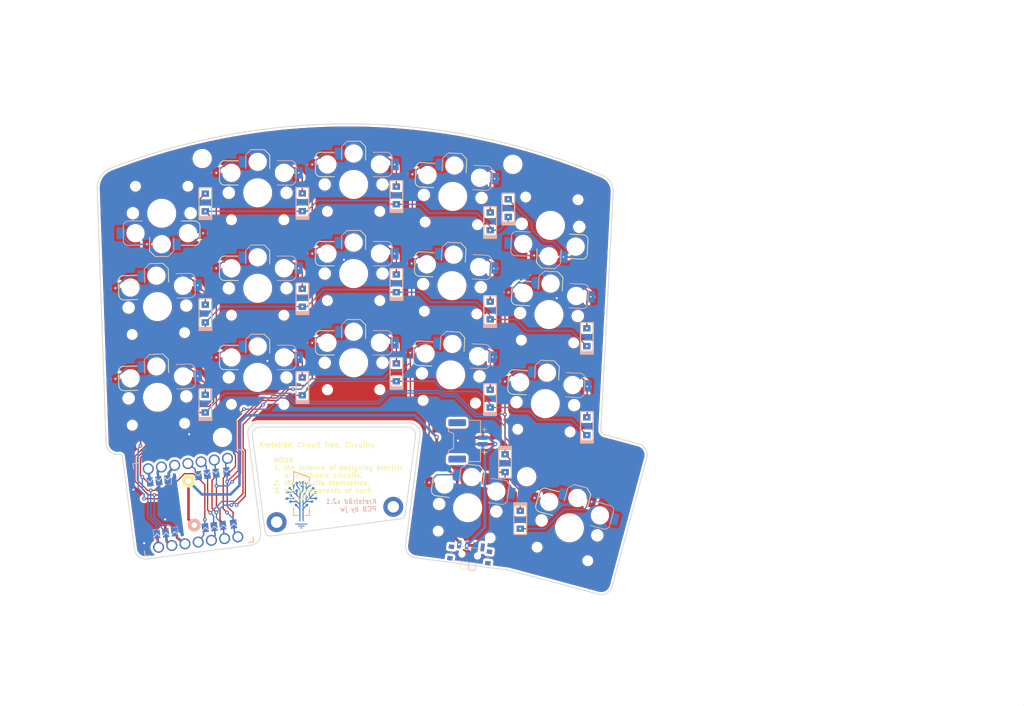
<source format=kicad_pcb>
(kicad_pcb (version 20240108) (generator "pcbnew") (generator_version "8.0")
  (title_block (title "Kretsträd") (company "by JW"))
  (layers (0 "F.Cu" signal) (31 "B.Cu" signal) (34 "B.Paste" user) (35 "F.Paste" user) (36 "B.SilkS" user "B.Silkscreen") (37 "F.SilkS" user "F.Silkscreen") (38 "B.Mask" user) (39 "F.Mask" user) (44 "Edge.Cuts" user))
  (net 0 "")
  (net 1 "row0")
  (net 2 "Net-(D1-A)")
  (net 3 "row1")
  (net 4 "Net-(D2-A)")
  (net 5 "row2")
  (net 6 "Net-(D3-A)")
  (net 7 "row3")
  (net 8 "Net-(D4-A)")
  (net 9 "Net-(D5-A)")
  (net 10 "Net-(D6-A)")
  (net 11 "Net-(D7-A)")
  (net 12 "Net-(D8-A)")
  (net 13 "Net-(D9-A)")
  (net 14 "Net-(D10-A)")
  (net 15 "Net-(D11-A)")
  (net 16 "Net-(D12-A)")
  (net 17 "Net-(D13-A)")
  (net 18 "Net-(D14-A)")
  (net 19 "Net-(D15-A)")
  (net 20 "Net-(D16-A)")
  (net 21 "Net-(D17-A)")
  (net 22 "GND")
  (net 23 "col0")
  (net 24 "col1")
  (net 25 "col2")
  (net 26 "col3")
  (net 27 "col4")
  (net 28 "BT+")
  (net 29 "BAT")
  (footprint "jw_custom_footprints:Diode_SOD123_THT_2" (layer "F.Cu") (at 170.51979 87.555481 90)
    (property "Reference" "D10")
    (property "Value" "D")
  )
  (footprint "jw_custom_footprints:Kailh_Choc_PG1350_v1+2_Hotswap_reversible" (layer "F.Cu") (at 107.74639 95.208681)
    (property "Reference" "SW12" (hide yes))
    (property "Value" "SW12" (hide yes))
  )
  (footprint "jw_custom_footprints:Diode_SOD123_THT_2" (layer "F.Cu") (at 134.19779 77.277881 90)
    (property "Reference" "D8")
    (property "Value" "D")
  )
  (footprint "MountingHole:MountingHole_3.2mm_M3" (layer "F.Cu") (at 101.02539 106.656281)
    (property "Reference" "TH3" (hide yes))
    (property "Value" "HOLE" (hide yes))
  )
  (footprint "jw_custom_footprints:Diode_SOD123_THT_2" (layer "F.Cu") (at 97.76139 83.034281 90)
    (property "Reference" "D6")
    (property "Value" "D")
  )
  (footprint "jw_custom_footprints:Kailh_Choc_PG1350_v1+2_Hotswap_reversible" (layer "F.Cu") (at 126.04619 75.408681)
    (property "Reference" "SW8" (hide yes))
    (property "Value" "SW8" (hide yes))
  )
  (footprint "jw_custom_footprints:Kailh_Choc_PG1350_v1+2_Hotswap_reversible" (layer "F.Cu") (at 107.74639 78.208681)
    (property "Reference" "SW7" (hide yes))
    (property "Value" "SW7" (hide yes))
  )
  (footprint "jw_custom_footprints:Kailh_Choc_PG1350_v1+2_Hotswap_reversible" (layer "F.Cu") (at 126.04619 92.408681)
    (property "Reference" "SW13" (hide yes))
    (property "Value" "SW13" (hide yes))
  )
  (footprint "jw_custom_footprints:Diode_SOD123_THT_2" (layer "F.Cu") (at 116.26219 96.937481 90)
    (property "Reference" "D12")
    (property "Value" "D")
  )
  (footprint "jw_custom_footprints:Diode_SOD123_THT_2" (layer "F.Cu") (at 116.26219 80.021081 90)
    (property "Reference" "D7")
    (property "Value" "D")
  )
  (footprint "Button_Switch_SMD:SW_SPDT_PCM12" (layer "F.Cu") (at 148.21859 128.754281 -7.5)
    (property "Reference" "PWR_SW_1")
    (property "Value" "SW_SPDT")
  )
  (footprint "jw_custom_footprints:Kailh_Choc_PG1350_v1+2_Hotswap_reversible" (layer "F.Cu") (at 107.74639 60.008681)
    (property "Reference" "SW2" (hide yes))
    (property "Value" "SW2" (hide yes))
  )
  (footprint "jw_custom_footprints:Diode_SOD123_THT_2" (layer "F.Cu") (at 152.07939 82.456281 90)
    (property "Reference" "D9")
    (property "Value" "D")
  )
  (footprint "jw_custom_footprints:Kailh_Choc_PG1350_v1+2_Hotswap_reversible" (layer "F.Cu") (at 88.64659 99.008481 2)
    (property "Reference" "SW11" (hide yes))
    (property "Value" "SW11" (hide yes))
  )
  (footprint "jw_custom_footprints:Kailh_Choc_PG1350_v1+2_Hotswap_reversible" (layer "F.Cu") (at 144.942514 60.692532 -3)
    (property "Reference" "SW4" (hide yes))
    (property "Value" "SW4" (hide yes))
  )
  (footprint "jw_custom_footprints:Diode_SOD123_THT_2" (layer "F.Cu") (at 155.53379 62.917481 90)
    (property "Reference" "D5")
    (property "Value" "D")
  )
  (footprint "MountingHole:MountingHole_3.2mm_M3" (layer "F.Cu") (at 159.0548 114.1476)
    (property "Reference" "TH4" (hide yes))
    (property "Value" "HOLE" (hide yes))
  )
  (footprint "jw_custom_footprints:Kailh_Choc_PG1350_v1+2_Hotswap_reversible" (layer "F.Cu") (at 167.197001 123.905176 -15)
    (property "Reference" "SW17" (hide yes))
    (property "Value" "SW17" (hide yes))
  )
  (footprint "jw_custom_footprints:Diode_SOD123_THT_2" (layer "F.Cu") (at 154.92419 111.583881 -90)
    (property "Reference" "D16")
    (property "Value" "D")
  )
  (footprint "jw_custom_footprints:Kailh_Choc_PG1350_v1+2_Hotswap_reversible" (layer "F.Cu") (at 126.04619 58.408681)
    (property "Reference" "SW3" (hide yes))
    (property "Value" "SW3" (hide yes))
  )
  (footprint "jw_custom_footprints:Diode_SOD123_THT_2" (layer "F.Cu") (at 157.81979 122.353481 -90)
    (property "Reference" "D17")
    (property "Value" "D")
  )
  (footprint "jw_custom_footprints:Diode_SOD123_THT_2" (layer "F.Cu") (at 97.76139 100.204681 90)
    (property "Reference" "D11")
    (property "Value" "D")
  )
  (footprint "jw_custom_footprints:Kailh_Choc_PG1350_v1+2_Hotswap_reversible" (layer "F.Cu") (at 144.561163 94.719407 -3)
    (property "Reference" "SW14" (hide yes))
    (property "Value" "SW14" (hide yes))
  )
  (footprint "jw_custom_footprints:Kailh_Choc_PG1350_v1+2_Hotswap_reversible" (layer "F.Cu") (at 144.801765 77.708686 -3)
    (property "Reference" "SW9" (hide yes))
    (property "Value" "SW9" (hide yes))
  )
  (footprint "jw_custom_footprints:Xiao_nRF52840_THT_jumper_1.55mm_hole" (layer "F.Cu") (at 95.259726 119.141085 97.5)
    (property "Reference" "U1" (hide yes))
    (property "Value" "SeeeduinoXIAO_nRF52840")
  )
  (footprint "MountingHole:MountingHole_3.2mm_M3" (layer "F.Cu") (at 97.16459 53.468681)
    (property "Reference" "TH1" (hide yes))
    (property "Value" "HOLE" (hide yes))
  )
  (footprint "jw_custom_footprints:Diode_SOD123_THT_2" (layer "F.Cu") (at 116.26219 61.821081 90)
    (property "Reference" "D2")
    (property "Value" "D")
  )
  (footprint "jw_custom_footprints:Kailh_Choc_PG1350_v1+2_Hotswap_reversible" (layer "F.Cu") (at 88.63612 81.708664 2)
    (property "Reference" "SW6" (hide yes))
    (property "Value" "SW6" (hide yes))
  )
  (footprint "jw_custom_footprints:Diode_SOD123_THT_2" (layer "F.Cu") (at 134.19779 94.245081 90)
    (property "Reference" "D13")
    (property "Value" "D")
  )
  (footprint "Connector_Molex:Molex_Panelmate_53780-0270_1x02-1MP_P1.25mm_Horizontal" (layer "F.Cu") (at 147.871 107.325 -90)
    (property "Reference" "J1" (hide yes))
    (property "Value" "Conn_01x02_Female")
  )
  (footprint "jw_custom_footprints:Kailh_Choc_PG1350_v1+2_Hotswap_reversible" (layer "F.Cu") (at 89.44659 63.908681 180)
    (property "Reference" "SW1" (hide yes))
    (property "Value" "SW1" (hide yes))
  )
  (footprint "jw_custom_footprints:Pogopin_socket_1x01_1.00mm_vertical" (layer "F.Cu") (at 95.657918 123.376142)
    (property "Reference" "J4" (hide yes))
    (property "Value" "Conn_01x01_Socket" (hide yes))
  )
  (footprint "jw_custom_footprints:Diode_SOD123_THT_2" (layer "F.Cu") (at 134.19779 60.513881 90)
    (property "Reference" "D3")
    (property "Value" "D")
  )
  (footprint "jw_custom_footprints:Kailh_Choc_PG1350_v1+2_Hotswap_reversible" (layer "F.Cu") (at 162.5983 100.210523 -3)
    (property "Reference" "SW15" (hide yes))
    (property "Value" "SW15" (hide yes))
  )
  (footprint "MountingHole:MountingHole_3.2mm_M3" (layer "F.Cu") (at 156.39739 54.586281)
    (property "Reference" "TH2" (hide yes))
    (property "Value" "HOLE" (hide yes))
  )
  (footprint "MountingHole:MountingHole_2.2mm_M2_ISO14580_Pad" (layer "F.Cu") (at 133.604 119.888 7.5)
    (property "Reference" "Batt_Hole_2" (hide yes))
    (property "Value" "HOLE")
  )
  (footprint "jw_custom_footprints:Pogopin_socket_1x01_1.00mm_vertical" (layer "F.Cu") (at 94.550195 114.962146)
    (property "Reference" "J3" (hide yes))
    (property "Value" "Conn_01x01_Socket" (hide yes))
  )
  (footprint "jw_custom_footprints:Kailh_Choc_PG1350_v1+2_Hotswap_reversible" (layer "F.Cu") (at 147.793733 120.065297 -7.5)
    (property "Reference" "SW16" (hide yes))
    (property "Value" "SW16" (hide yes))
  )
  (footprint "jw_custom_footprints:Diode_SOD123_THT_2" (layer "F.Cu") (at 152.07939 65.457481 90)
    (property "Reference" "D4")
    (property "Value" "D")
  )
  (footprint "jw_custom_footprints:Diode_SOD123_THT_2" (layer "F.Cu") (at 152.07939 99.256281 90)
    (property "Reference" "D14")
    (property "Value" "D")
  )
  (footprint "MountingHole:MountingHole_2.2mm_M2_ISO14580_Pad" (layer "F.Cu") (at 111.363786 122.81598 7.5)
    (property "Reference" "Batt_Hole_1" (hide yes))
    (property "Value" "HOLE")
  )
  (footprint "jw_custom_footprints:Diode_SOD123_THT_2" (layer "F.Cu") (at 170.51979 104.522681 90)
    (property "Reference" "D15")
    (property "Value" "D")
  )
  (footprint "jw_custom_footprints:Diode_SOD123_THT_2" (layer "F.Cu") (at 97.76139 61.858681 90)
    (property "Reference" "D1")
    (property "Value" "D")
  )
  (footprint "jw_custom_footprints:Kailh_Choc_PG1350_v1+2_Hotswap_reversible" (layer "F.Cu") (at 163.578818 66.21525 177)
    (property "Reference" "SW5" (hide yes))
    (property "Value" "SW5" (hide yes))
  )
  (footprint "jw_custom_footprints:Kailh_Choc_PG1350_v1+2_Hotswap_reversible" (layer "F.Cu") (at 163.288285 83.223354 -3)
    (property "Reference" "SW10" (hide yes))
    (property "Value" "SW10" (hide yes))
  )
  (footprint "Connector_Molex:Molex_Panelmate_53780-0270_1x02-1MP_P1.25mm_Horizontal" (layer "B.Cu") (at 147.871 107.325 90)
    (property "Reference" "J2" (hide yes))
    (property "Value" "Conn_01x02_Female")
  )
  (footprint "jw_custom_image:circuit_tree_f.cu_3_10mm" (layer "B.Cu") (at 115.829397 118.3894 180)
    (property "Reference" "G***")
    (property "Value" "circuit_tree_f.cu_3_10mm" (hide yes))
  )
  (footprint "Button_Switch_SMD:SW_SPDT_PCM12" (layer "B.Cu") (at 148.21859 128.754281 172.5)
    (property "Reference" "PWR_SW_2")
    (property "Value" "SW_SPDT")
  )
  (gr_circle (center 95.657918 123.376142) (end 96.857918 123.376142) (stroke (width 0.12)) (fill solid) (layer "B.SilkS"))
  (gr_circle (center 94.550195 114.962146) (end 95.750195 114.962146) (stroke (width 0.12)) (fill solid) (layer "F.SilkS"))
  (gr_arc (start 173.46619 56.669081) (mid 175.016285 57.939205) (end 175.55435 59.869619) (stroke (width 0.15)) (layer "Edge.Cuts"))
  (gr_arc (start 155.355476 131.931736) (mid 155.497517 131.955187) (end 155.637721 131.987877) (stroke (width 0.15)) (layer "Edge.Cuts"))
  (gr_arc (start 86.725379 129.81702) (mid 85.098554 129.380948) (end 84.256922 127.92208) (stroke (width 0.15)) (layer "Edge.Cuts"))
  (gr_line (start 253.8476 157.8356) (end 253.8476 157.8356) (stroke (width 0.1)) (layer "Edge.Cuts"))
  (gr_arc (start 81.323053 109.87241) (mid 79.629123 109.382683) (end 78.838905 107.806371) (stroke (width 0.15)) (layer "Edge.Cuts"))
  (gr_arc (start 135.886464 121.326406) (mid 135.602088 121.902885) (end 135.025567 122.187162) (stroke (width 0.15)) (layer "Edge.Cuts"))
  (gr_line (start 137.85072 129.627192) (end 155.355476 131.931736) (stroke (width 0.15)) (layer "Edge.Cuts"))
  (gr_line (start 173.182153 105.133828) (end 175.55435 59.869619) (stroke (width 0.15)) (layer "Edge.Cuts"))
  (gr_arc (start 175.386358 135.001901) (mid 174.361322 136.337767) (end 172.691919 136.557536) (stroke (width 0.15)) (layer "Edge.Cuts"))
  (gr_line (start 81.382851 109.864537) (end 81.323053 109.87241) (stroke (width 0.15)) (layer "Edge.Cuts"))
  (gr_arc (start 180.375679 107.881356) (mid 181.711533 108.906393) (end 181.931314 110.575795) (stroke (width 0.15)) (layer "Edge.Cuts"))
  (gr_line (start 155.637721 131.987877) (end 172.691919 136.557536) (stroke (width 0.15)) (layer "Edge.Cuts"))
  (gr_line (start 108.238022 104.686) (end 136.369294 104.686) (stroke (width 0.15)) (layer "Edge.Cuts"))
  (gr_line (start 81.943863 110.295205) (end 84.256922 127.92208) (stroke (width 0.15)) (layer "Edge.Cuts"))
  (gr_line (start 110.269384 125.446376) (end 135.025567 122.187162) (stroke (width 0.15)) (layer "Edge.Cuts"))
  (gr_line (start 173.921963 106.152089) (end 180.375679 107.881356) (stroke (width 0.15)) (layer "Edge.Cuts"))
  (gr_arc (start 137.85072 129.627192) (mid 136.3925 128.785288) (end 135.9567 127.158855) (stroke (width 0.15)) (layer "Edge.Cuts"))
  (gr_arc (start 136.739906 103.888465) (mid 138.243476 104.569835) (end 138.722631 106.149517) (stroke (width 0.15)) (layer "Edge.Cuts"))
  (gr_arc (start 79.63859 55.348281) (mid 126.680854 46.882811) (end 173.46619 56.669081) (stroke (width 0.15)) (layer "Edge.Cuts"))
  (gr_line (start 109.147413 124.585457) (end 106.750855 106.381789) (stroke (width 0.15)) (layer "Edge.Cuts"))
  (gr_line (start 107.857454 103.886093) (end 136.739906 103.888465) (stroke (width 0.15)) (layer "Edge.Cuts"))
  (gr_line (start 135.886464 121.326406) (end 137.856429 106.382034) (stroke (width 0.15)) (layer "Edge.Cuts"))
  (gr_line (start 108.322257 124.754978) (end 105.874374 106.146945) (stroke (width 0.15)) (layer "Edge.Cuts"))
  (gr_arc (start 108.322257 124.754978) (mid 107.886359 126.381278) (end 106.428207 127.223094) (stroke (width 0.15)) (layer "Edge.Cuts"))
  (gr_line (start 77.141859 59.158281) (end 78.838905 107.806371) (stroke (width 0.15)) (layer "Edge.Cuts"))
  (gr_arc (start 136.369294 104.686) (mid 137.497135 105.197074) (end 137.856429 106.382034) (stroke (width 0.15)) (layer "Edge.Cuts"))
  (gr_line (start 175.386358 135.001901) (end 181.931314 110.575795) (stroke (width 0.15)) (layer "Edge.Cuts"))
  (gr_line (start 135.9567 127.158855) (end 138.722631 106.149517) (stroke (width 0.15)) (layer "Edge.Cuts"))
  (gr_line (start 106.428207 127.223094) (end 86.725379 129.81702) (stroke (width 0.15)) (layer "Edge.Cuts"))
  (gr_arc (start 110.269384 125.446376) (mid 109.530096 125.248284) (end 109.147413 124.585457) (stroke (width 0.15)) (layer "Edge.Cuts"))
  (gr_arc (start 81.382851 109.864537) (mid 81.752578 109.963647) (end 81.943863 110.295205) (stroke (width 0.15)) (layer "Edge.Cuts"))
  (gr_arc (start 105.874374 106.146945) (mid 106.353734 104.567266) (end 107.857454 103.886093) (stroke (width 0.15)) (layer "Edge.Cuts"))
  (gr_arc (start 106.750855 106.381789) (mid 107.110263 105.196989) (end 108.238022 104.686) (stroke (width 0.15)) (layer "Edge.Cuts"))
  (gr_arc (start 173.921963 106.152089) (mid 173.37179 105.773942) (end 173.182153 105.133828) (stroke (width 0.15)) (layer "Edge.Cuts"))
  (gr_line (start 253.8476 157.8356) (end 253.8476 157.8356) (stroke (width 0.1)) (layer "Edge.Cuts"))
  (gr_arc (start 77.141859 59.158281) (mid 77.792375 56.861504) (end 79.63859 55.348281) (stroke (width 0.15)) (layer "Edge.Cuts"))
  (gr_text "Kretsträd v2.1\nPCB by jw" (at 130.556 119.5832 0) (layer "B.SilkS") (effects (font (size 0.9 0.9) (thickness 0.15) (italic yes)) (justify left mirror)))
  (gr_text "+" (at 151.003 105.22 180) (layer "B.SilkS") (effects (font (size 1 1))))
  (gr_text "Kretsträd, Circuit Tree, Circuitry\n\n    NOUN\n    1. the science of designing electric \n	  or electronic circuits.\n    2. the circuits themselves.\n    3. the components of such \n	  circuits." (at 107.93419 113.158681 0) (layer "F.SilkS") (effects (font (size 0.9 0.9) (thickness 0.15) (bold yes) (italic yes)) (justify left)))
  (gr_text "+" (at 151.003 109.411 0) (layer "F.SilkS") (effects (font (size 1 1)) (justify mirror)))
  (segment (start 98.21139 92.995085) (end 99.34899 94.132685) (width 0.25) (layer "F.Cu") (net 1))
  (segment (start 98.58699 64.384281) (end 98.58699 76.125481) (width 0.25) (layer "F.Cu") (net 1))
  (segment (start 98.21139 86.457881) (end 98.21139 92.995085) (width 0.25) (layer "F.Cu") (net 1))
  (segment (start 99.34899 94.132685) (end 99.34899 99.849081) (width 0.25) (layer "F.Cu") (net 1))
  (segment (start 86.75059 116.765481) (end 87.36019 116.765481) (width 0.25) (layer "F.Cu") (net 1))
  (segment (start 87.36019 116.765481) (end 88.07139 116.765481) (width 0.25) (layer "F.Cu") (net 1))
  (segment (start 84.80579 114.820681) (end 86.75059 116.765481) (width 0.25) (layer "F.Cu") (net 1))
  (segment (start 98.44179 100.756281) (end 94.503394 100.756281) (width 0.25) (layer "F.Cu") (net 1))
  (segment (start 99.34899 99.849081) (end 98.44179 100.756281) (width 0.25) (layer "F.Cu") (net 1))
  (segment (start 98.99339 76.531881) (end 98.99339 85.675881) (width 0.25) (layer "F.Cu") (net 1))
  (segment (start 97.76139 63.558681) (end 98.58699 64.384281) (width 0.25) (layer "F.Cu") (net 1))
  (segment (start 94.503394 100.756281) (end 84.80579 110.453885) (width 0.25) (layer "F.Cu") (net 1))
  (segment (start 84.80579 110.453885) (end 84.80579 114.820681) (width 0.25) (layer "F.Cu") (net 1))
  (segment (start 88.07139 116.765481) (end 88.967517 115.869354) (width 0.25) (layer "F.Cu") (net 1))
  (segment (start 88.967517 115.869354) (end 88.967517 115.503664) (width 0.25) (layer "F.Cu") (net 1))
  (segment (start 98.58699 76.125481) (end 98.99339 76.531881) (width 0.25) (layer "F.Cu") (net 1))
  (segment (start 98.99339 85.675881) (end 98.21139 86.457881) (width 0.25) (layer "F.Cu") (net 1))
  (via (at 87.36019 116.765481) (size 0.7) (drill 0.3) (layers "F.Cu" "B.Cu") (net 1))
  (segment (start 155.53379 64.617481) (end 155.53379 65.406681) (width 0.25) (layer "B.Cu") (net 1))
  (segment (start 134.19779 62.213881) (end 133.24019 62.213881) (width 0.25) (layer "B.Cu") (net 1))
  (segment (start 149.53939 63.882681) (end 140.44619 63.882681) (width 0.25) (layer "B.Cu") (net 1))
  (segment (start 117.13499 63.521081) (end 116.26219 63.521081) (width 0.25) (layer "B.Cu") (net 1))
  (segment (start 89.836692 124.297979) (end 90.12531 124.297979) (width 0.25) (layer "B.Cu") (net 1))
  (segment (start 155.53379 65.406681) (end 153.78299 67.157481) (width 0.25) (layer "B.Cu") (net 1))
  (segment (start 119.16099 61.495081) (end 117.13499 63.521081) (width 0.25) (layer "B.Cu") (net 1))
  (segment (start 87.34559 116.780081) (end 87.34559 121.806877) (width 0.25) (layer "B.Cu") (net 1))
  (segment (start 133.24019 62.213881) (end 132.52139 61.495081) (width 0.25) (layer "B.Cu") (net 1))
  (segment (start 116.26219 63.521081) (end 97.79899 63.521081) (width 0.25) (layer "B.Cu") (net 1))
  (segment (start 152.07939 67.157481) (end 152.07939 66.422681) (width 0.25) (layer "B.Cu") (net 1))
  (segment (start 132.52139 61.495081) (end 119.16099 61.495081) (width 0.25) (layer "B.Cu") (net 1))
  (segment (start 138.77739 62.213881) (end 134.19779 62.213881) (width 0.25) (layer "B.Cu") (net 1))
  (segment (start 97.79899 63.521081) (end 97.76139 63.558681) (width 0.25) (layer "B.Cu") (net 1))
  (segment (start 140.44619 63.882681) (end 138.77739 62.213881) (width 0.25) (layer "B.Cu") (net 1))
  (segment (start 87.36019 116.765481) (end 87.34559 116.780081) (width 0.25) (layer "B.Cu") (net 1))
  (segment (start 152.07939 66.422681) (end 149.53939 63.882681) (width 0.25) (layer "B.Cu") (net 1))
  (segment (start 153.78299 67.157481) (end 152.07939 67.157481) (width 0.25) (layer "B.Cu") (net 1))
  (segment (start 87.34559 121.806877) (end 89.836692 124.297979) (width 0.25) (layer "B.Cu") (net 1))
  (segment (start 97.34659 67.708681) (end 97.34659 66.452281) (width 0.25) (layer "F.Cu") (net 2))
  (segment (start 96.55499 65.660681) (end 96.55499 61.365081) (width 0.25) (layer "F.Cu") (net 2))
  (segment (start 96.55499 61.365081) (end 97.76139 60.158681) (width 0.25) (layer "F.Cu") (net 2))
  (segment (start 97.34659 66.452281) (end 96.55499 65.660681) (width 0.25) (layer "F.Cu") (net 2))
  (via (at 97.34659 67.708681) (size 0.7) (drill 0.3) (layers "F.Cu" "B.Cu") (net 2))
  (segment (start 97.34659 67.708681) (end 95.24659 69.808681) (width 0.25) (layer "B.Cu") (net 2))
  (segment (start 95.24659 69.808681) (end 92.24659 69.808681) (width 0.25) (layer "B.Cu") (net 2))
  (segment (start 97.76139 93.181481) (end 98.89899 94.319081) (width 0.25) (layer "F.Cu") (net 3))
  (segment (start 88.73179 117.629081) (end 90.649404 115.711467) (width 0.25) (layer "F.Cu") (net 3))
  (segment (start 98.23139 100.306281) (end 94.316998 100.306281) (width 0.25) (layer "F.Cu") (net 3))
  (segment (start 90.649404 115.711467) (end 90.649404 115.28224) (width 0.25) (layer "F.Cu") (net 3))
  (segment (start 84.35579 110.267489) (end 84.35579 115.007077) (width 0.25) (layer "F.Cu") (net 3))
  (segment (start 97.76139 84.734281) (end 97.76139 93.181481) (width 0.25) (layer "F.Cu") (net 3))
  (segment (start 98.89899 94.319081) (end 98.89899 99.638681) (width 0.25) (layer "F.Cu") (net 3))
  (segment (start 94.316998 100.306281) (end 84.35579 110.267489) (width 0.25) (layer "F.Cu") (net 3))
  (segment (start 84.35579 115.007077) (end 86.977794 117.629081) (width 0.25) (layer "F.Cu") (net 3))
  (segment (start 86.977794 117.629081) (end 88.02059 117.629081) (width 0.25) (layer "F.Cu") (net 3))
  (segment (start 88.02059 117.629081) (end 88.73179 117.629081) (width 0.25) (layer "F.Cu") (net 3))
  (segment (start 98.89899 99.638681) (end 98.23139 100.306281) (width 0.25) (layer "F.Cu") (net 3))
  (via (at 88.02059 117.629081) (size 0.7) (drill 0.3) (layers "F.Cu" "B.Cu") (net 3))
  (segment (start 159.08979 86.336281) (end 167.60059 86.336281) (width 0.25) (layer "B.Cu") (net 3))
  (segment (start 133.13859 78.977881) (end 132.62299 78.462281) (width 0.25) (layer "B.Cu") (net 3))
  (segment (start 89.50099 123.325881) (end 91.056524 123.325881) (width 0.25) (layer "B.Cu") (net 3))
  (segment (start 152.07939 84.156281) (end 156.90979 84.156281) (width 0.25) (layer "B.Cu") (net 3))
  (segment (start 100.77459 81.721081) (end 97.76139 84.734281) (width 0.25) (layer "B.Cu") (net 3))
  (segment (start 138.71479 78.977881) (end 140.63759 80.900681) (width 0.25) (layer "B.Cu") (net 3))
  (segment (start 132.62299 78.462281) (end 120.38019 78.462281) (width 0.25) (layer "B.Cu") (net 3))
  (segment (start 140.63759 80.900681) (end 149.53939 80.900681) (width 0.25) (layer "B.Cu") (net 3))
  (segment (start 120.38019 78.462281) (end 117.12139 81.721081) (width 0.25) (layer "B.Cu") (net 3))
  (segment (start 117.12139 81.721081) (end 116.26219 81.721081) (width 0.25) (layer "B.Cu") (net 3))
  (segment (start 91.056524 123.325881) (end 91.807197 124.076554) (width 0.25) (layer "B.Cu") (net 3))
  (segment (start 156.90979 84.156281) (end 159.08979 86.336281) (width 0.25) (layer "B.Cu") (net 3))
  (segment (start 134.19779 78.977881) (end 138.71479 78.977881) (width 0.25) (layer "B.Cu") (net 3))
  (segment (start 167.60059 86.336281) (end 170.51979 89.255481) (width 0.25) (layer "B.Cu") (net 3))
  (segment (start 88.02059 121.845481) (end 89.50099 123.325881) (width 0.25) (layer "B.Cu") (net 3))
  (segment (start 152.07939 83.440681) (end 152.07939 84.156281) (width 0.25) (layer "B.Cu") (net 3))
  (segment (start 88.02059 117.629081) (end 88.02059 121.845481) (width 0.25) (layer "B.Cu") (net 3))
  (segment (start 134.19779 78.977881) (end 133.13859 78.977881) (width 0.25) (layer "B.Cu") (net 3))
  (segment (start 149.53939 80.900681) (end 152.07939 83.440681) (width 0.25) (layer "B.Cu") (net 3))
  (segment (start 116.26219 81.721081) (end 100.77459 81.721081) (width 0.25) (layer "B.Cu") (net 3))
  (segment (start 116.26219 56.924481) (end 116.26219 60.121081) (width 0.25) (layer "F.Cu") (net 4))
  (segment (start 113.44639 54.108681) (end 110.54639 54.108681) (width 0.25) (layer "F.Cu") (net 4))
  (segment (start 115.54639 56.208681) (end 113.44639 54.108681) (width 0.25) (layer "F.Cu") (net 4))
  (segment (start 115.54639 56.208681) (end 116.26219 56.924481) (width 0.25) (layer "F.Cu") (net 4))
  (via (at 115.54639 56.208681) (size 0.7) (drill 0.3) (layers "F.Cu" "B.Cu") (net 4))
  (segment (start 85.75999 114.199449) (end 85.37899 113.818449) (width 0.25) (layer "F.Cu") (net 5))
  (segment (start 93.99139 101.904681) (end 97.76139 101.904681) (width 0.25) (layer "F.Cu") (net 5))
  (segment (start 85.75999 114.199449) (end 87.28563 115.725089) (width 0.25) (layer "F.Cu") (net 5))
  (segment (start 85.37899 110.517081) (end 93.99139 101.904681) (width 0.25) (layer "F.Cu") (net 5))
  (segment (start 85.37899 113.818449) (end 85.37899 110.517081) (width 0.25) (layer "F.Cu") (net 5))
  (via (at 85.75999 114.199449) (size 0.7) (drill 0.3) (layers "F.Cu" "B.Cu") (net 5))
  (segment (start 156.52339 101.651481) (end 155.82819 100.956281) (width 0.25) (layer "B.Cu") (net 5))
  (segment (start 86.80859 117.585481) (end 86.80859 121.906273) (width 0.25) (layer "B.Cu") (net 5))
  (segment (start 143.29099 97.918681) (end 149.74259 97.918681) (width 0.25) (layer "B.Cu") (net 5))
  (segment (start 85.75999 114.199449) (end 85.75999 116.536881) (width 0.25) (layer "B.Cu") (net 5))
  (segment (start 170.51979 106.222681) (end 167.60059 103.303481) (width 0.25) (layer "B.Cu") (net 5))
  (segment (start 97.76139 101.904681) (end 101.42819 98.237881) (width 0.25) (layer "B.Cu") (net 5))
  (segment (start 114.047382 98.237881) (end 114.446982 98.637481) (width 0.25) (layer "B.Cu") (net 5))
  (segment (start 96.96139 101.904681) (end 97.76139 101.904681) (width 0.25) (layer "B.Cu") (net 5))
  (segment (start 155.82819 100.956281) (end 152.07939 100.956281) (width 0.25) (layer "B.Cu") (net 5))
  (segment (start 141.31739 95.945081) (end 143.29099 97.918681) (width 0.25) (layer "B.Cu") (net 5))
  (segment (start 114.446982 98.637481) (end 116.15619 98.637481) (width 0.25) (layer "B.Cu") (net 5))
  (segment (start 85.75999 116.536881) (end 86.80859 117.585481) (width 0.25) (layer "B.Cu") (net 5))
  (segment (start 101.42819 98.237881) (end 114.047382 98.237881) (width 0.25) (layer "B.Cu") (net 5))
  (segment (start 88.443423 123.541106) (end 88.443423 124.519403) (width 0.25) (layer "B.Cu") (net 5))
  (segment (start 118.84859 95.945081) (end 141.31739 95.945081) (width 0.25) (layer "B.Cu") (net 5))
  (segment (start 152.07939 100.255481) (end 152.07939 100.956281) (width 0.25) (layer "B.Cu") (net 5))
  (segment (start 167.60059 103.303481) (end 161.17259 103.303481) (width 0.25) (layer "B.Cu") (net 5))
  (segment (start 86.80859 121.906273) (end 88.443423 123.541106) (width 0.25) (layer "B.Cu") (net 5))
  (segment (start 149.74259 97.918681) (end 152.07939 100.255481) (width 0.25) (layer "B.Cu") (net 5))
  (segment (start 161.17259 103.303481) (end 159.52059 101.651481) (width 0.25) (layer "B.Cu") (net 5))
  (segment (start 116.15619 98.637481) (end 118.84859 95.945081) (width 0.25) (layer "B.Cu") (net 5))
  (segment (start 159.52059 101.651481) (end 156.52339 101.651481) (width 0.25) (layer "B.Cu") (net 5))
  (segment (start 131.74619 52.508681) (end 128.84619 52.508681) (width 0.25) (layer "F.Cu") (net 6))
  (segment (start 134.19779 54.960281) (end 134.19779 58.813881) (width 0.25) (layer "F.Cu") (net 6))
  (segment (start 133.84619 54.608681) (end 134.19779 54.960281) (width 0.25) (layer "F.Cu") (net 6))
  (segment (start 133.84619 54.608681) (end 131.74619 52.508681) (width 0.25) (layer "F.Cu") (net 6))
  (via (at 133.84619 54.608681) (size 0.7) (drill 0.3) (layers "F.Cu" "B.Cu") (net 6))
  (segment (start 104.04419 112.984681) (end 101.93979 115.089081) (width 0.25) (layer "F.Cu") (net 7))
  (segment (start 105.14019 101.273277) (end 103.61619 102.797277) (width 0.25) (layer "F.Cu") (net 7))
  (segment (start 156.30299 115.326277) (end 156.30299 111.262681) (width 0.25) (layer "F.Cu") (net 7))
  (segment (start 103.61619 109.273877) (end 104.04419 109.701877) (width 0.25) (layer "F.Cu") (net 7))
  (segment (start 103.05732 120.956445) (end 103.05732 122.595447) (width 0.25) (layer "F.Cu") (net 7))
  (segment (start 101.93979 115.089081) (end 101.93979 119.838915) (width 0.25) (layer "F.Cu") (net 7))
  (segment (start 101.93979 119.838915) (end 103.05732 120.956445) (width 0.25) (layer "F.Cu") (net 7))
  (segment (start 156.30299 111.262681) (end 154.92419 109.883881) (width 0.25) (layer "F.Cu") (net 7))
  (segment (start 157.81979 116.843077) (end 156.30299 115.326277) (width 0.25) (layer "F.Cu") (net 7))
  (segment (start 104.04419 109.701877) (end 104.04419 112.984681) (width 0.25) (layer "F.Cu") (net 7))
  (segment (start 103.61619 102.797277) (end 103.61619 109.273877) (width 0.25) (layer "F.Cu") (net 7))
  (segment (start 157.81979 120.653481) (end 157.81979 116.843077) (width 0.25) (layer "F.Cu") (net 7))
  (via (at 101.93979 115.089081) (size 0.7) (drill 0.3) (layers "F.Cu" "B.Cu") (net 7))
  (via (at 105.14019 101.273277) (size 0.7) (drill 0.3) (layers "F.Cu" "B.Cu") (net 7))
  (segment (start 114.78499 100.248281) (end 130.828186 100.248281) (width 0.25) (layer "B.Cu") (net 7))
  (segment (start 153.03739 102.686681) (end 154.92419 104.573481) (width 0.25) (layer "B.Cu") (net 7))
  (segment (start 101.93979 115.089081) (end 101.899527 115.048818) (width 0.25) (layer "B.Cu") (net 7))
  (segment (start 101.899527 115.048818) (end 101.899527 113.801133) (width 0.25) (layer "B.Cu") (net 7))
  (segment (start 149.251394 102.686681) (end 153.03739 102.686681) (width 0.25) (layer "B.Cu") (net 7))
  (segment (start 145.383394 98.818681) (end 149.251394 102.686681) (width 0.25) (layer "B.Cu") (net 7))
  (segment (start 142.918198 98.818681) (end 145.383394 98.818681) (width 0.25) (layer "B.Cu") (net 7))
  (segment (start 154.92419 104.573481) (end 154.92419 109.883881) (width 0.25) (layer "B.Cu") (net 7))
  (segment (start 130.828186 100.248281) (end 132.860186 98.216281) (width 0.25) (layer "B.Cu") (net 7))
  (segment (start 132.860186 98.216281) (end 142.315798 98.216281) (width 0.25) (layer "B.Cu") (net 7))
  (segment (start 111.89659 99.137881) (end 113.67459 99.137881) (width 0.25) (layer "B.Cu") (net 7))
  (segment (start 105.14019 101.273277) (end 109.761194 101.273277) (width 0.25) (layer "B.Cu") (net 7))
  (segment (start 142.315798 98.216281) (end 142.918198 98.818681) (width 0.25) (layer "B.Cu") (net 7))
  (segment (start 109.761194 101.273277) (end 111.89659 99.137881) (width 0.25) (layer "B.Cu") (net 7))
  (segment (start 113.67459 99.137881) (end 114.78499 100.248281) (width 0.25) (layer "B.Cu") (net 7))
  (segment (start 152.930701 57.30596) (end 152.930701 56.809192) (width 0.25) (layer "F.Cu") (net 8))
  (segment (start 152.930701 57.30596) (end 152.07939 58.157271) (width 0.25) (layer "F.Cu") (net 8))
  (segment (start 152.930701 56.809192) (end 151.068667 54.947158) (width 0.25) (layer "F.Cu") (net 8))
  (segment (start 152.07939 58.157271) (end 152.07939 63.757481) (width 0.25) (layer "F.Cu") (net 8))
  (segment (start 151.068667 54.947158) (end 148.047459 54.947158) (width 0.25) (layer "F.Cu") (net 8))
  (via (at 152.930701 57.30596) (size 0.7) (drill 0.3) (layers "F.Cu" "B.Cu") (net 8))
  (segment (start 169.438906 72.253705) (end 166.066199 72.253705) (width 0.25) (layer "F.Cu") (net 9))
  (segment (start 171.269115 70.423496) (end 169.438906 72.253705) (width 0.25) (layer "F.Cu") (net 9))
  (via (at 166.066199 72.253705) (size 0.7) (drill 0.3) (layers "F.Cu" "B.Cu") (net 9))
  (segment (start 160.00419 67.006881) (end 160.00419 65.687881) (width 0.25) (layer "B.Cu") (net 9))
  (segment (start 166.066199 72.253705) (end 166.066199 71.26549) (width 0.25) (layer "B.Cu") (net 9))
  (segment (start 162.31559 69.318281) (end 160.00419 67.006881) (width 0.25) (layer "B.Cu") (net 9))
  (segment (start 160.00419 65.687881) (end 155.53379 61.217481) (width 0.25) (layer "B.Cu") (net 9))
  (segment (start 166.066199 71.26549) (end 164.11899 69.318281) (width 0.25) (layer "B.Cu") (net 9))
  (segment (start 164.11899 69.318281) (end 162.31559 69.318281) (width 0.25) (layer "B.Cu") (net 9))
  (segment (start 97.76139 79.101403) (end 97.76139 81.334281) (width 0.25) (layer "F.Cu") (net 10))
  (segment (start 96.29875 77.638763) (end 97.76139 79.101403) (width 0.25) (layer "F.Cu") (net 10))
  (segment (start 96.29875 77.638763) (end 94.374527 75.71454) (width 0.25) (layer "F.Cu") (net 10))
  (segment (start 94.374527 75.71454) (end 91.228507 75.71454) (width 0.25) (layer "F.Cu") (net 10))
  (via (at 96.29875 77.638763) (size 0.7) (drill 0.3) (layers "F.Cu" "B.Cu") (net 10))
  (segment (start 113.44639 72.308681) (end 110.54639 72.308681) (width 0.25) (layer "F.Cu") (net 11))
  (segment (start 116.26219 75.124481) (end 116.26219 78.321081) (width 0.25) (layer "F.Cu") (net 11))
  (segment (start 115.54639 74.408681) (end 113.44639 72.308681) (width 0.25) (layer "F.Cu") (net 11))
  (segment (start 115.54639 74.408681) (end 116.26219 75.124481) (width 0.25) (layer "F.Cu") (net 11))
  (via (at 115.54639 74.408681) (size 0.7) (drill 0.3) (layers "F.Cu" "B.Cu") (net 11))
  (segment (start 134.19779 71.960281) (end 134.19779 75.577881) (width 0.25) (layer "F.Cu") (net 12))
  (segment (start 131.74619 69.508681) (end 128.84619 69.508681) (width 0.25) (layer "F.Cu") (net 12))
  (segment (start 133.84619 71.608681) (end 134.19779 71.960281) (width 0.25) (layer "F.Cu") (net 12))
  (segment (start 133.84619 71.608681) (end 131.74619 69.508681) (width 0.25) (layer "F.Cu") (net 12))
  (via (at 133.84619 71.608681) (size 0.7) (drill 0.3) (layers "F.Cu" "B.Cu") (net 12))
  (segment (start 152.784718 73.935209) (end 150.812821 71.963312) (width 0.25) (layer "F.Cu") (net 13))
  (segment (start 150.812821 71.963312) (end 147.90671 71.963312) (width 0.25) (layer "F.Cu") (net 13))
  (segment (start 152.784718 74.421977) (end 152.784718 73.935209) (width 0.25) (layer "F.Cu") (net 13))
  (segment (start 152.07939 80.756281) (end 152.07939 75.127305) (width 0.25) (layer "F.Cu") (net 13))
  (segment (start 152.07939 75.127305) (end 152.784718 74.421977) (width 0.25) (layer "F.Cu") (net 13))
  (via (at 152.784718 74.421977) (size 0.7) (drill 0.3) (layers "F.Cu" "B.Cu") (net 13))
  (segment (start 170.51979 85.855481) (end 170.51979 80.593464) (width 0.25) (layer "F.Cu") (net 14))
  (segment (start 169.383089 77.47798) (end 166.39323 77.47798) (width 0.25) (layer "F.Cu") (net 14))
  (segment (start 170.51979 80.593464) (end 171.276472 79.836782) (width 0.25) (layer "F.Cu") (net 14))
  (segment (start 171.276472 79.371363) (end 169.383089 77.47798) (width 0.25) (layer "F.Cu") (net 14))
  (segment (start 171.276472 79.836782) (end 171.276472 79.371363) (width 0.25) (layer "F.Cu") (net 14))
  (via (at 171.276472 79.836782) (size 0.7) (drill 0.3) (layers "F.Cu" "B.Cu") (net 14))
  (segment (start 97.76139 96.39075) (end 97.76139 98.504681) (width 0.25) (layer "F.Cu") (net 15))
  (segment (start 96.30922 94.93858) (end 97.76139 96.39075) (width 0.25) (layer "F.Cu") (net 15))
  (segment (start 96.30922 94.93858) (end 94.384996 93.014356) (width 0.25) (layer "F.Cu") (net 15))
  (segment (start 94.384996 93.014356) (end 91.238978 93.014356) (width 0.25) (layer "F.Cu") (net 15))
  (via (at 96.30922 94.93858) (size 0.7) (drill 0.3) (layers "F.Cu" "B.Cu") (net 15))
  (segment (start 113.44639 89.308681) (end 110.54639 89.308681) (width 0.25) (layer "F.Cu") (net 16))
  (segment (start 115.54639 91.408681) (end 116.26219 92.124481) (width 0.25) (layer "F.Cu") (net 16))
  (segment (start 116.26219 92.124481) (end 116.26219 95.237481) (width 0.25) (layer "F.Cu") (net 16))
  (segment (start 115.54639 91.408681) (end 113.44639 89.308681) (width 0.25) (layer "F.Cu") (net 16))
  (via (at 115.54639 91.408681) (size 0.7) (drill 0.3) (layers "F.Cu" "B.Cu") (net 16))
  (segment (start 134.19779 88.960281) (end 134.19779 92.545081) (width 0.25) (layer "F.Cu") (net 17))
  (segment (start 133.84619 88.608681) (end 131.74619 86.508681) (width 0.25) (layer "F.Cu") (net 17))
  (segment (start 133.84619 88.608681) (end 134.19779 88.960281) (width 0.25) (layer "F.Cu") (net 17))
  (segment (start 131.74619 86.508681) (end 128.84619 86.508681) (width 0.25) (layer "F.Cu") (net 17))
  (via (at 133.84619 88.608681) (size 0.7) (drill 0.3) (layers "F.Cu" "B.Cu") (net 17))
  (segment (start 152.54935 91.332835) (end 152.07939 91.802795) (width 0.25) (layer "F.Cu") (net 18))
  (segment (start 150.653142 88.974033) (end 147.666108 88.974033) (width 0.25) (layer "F.Cu") (net 18))
  (segment (start 152.54935 91.332835) (end 152.54935 90.870241) (width 0.25) (layer "F.Cu") (net 18))
  (segment (start 152.07939 91.802795) (end 152.07939 97.556281) (width 0.25) (layer "F.Cu") (net 18))
  (segment (start 152.54935 90.870241) (end 150.653142 88.974033) (width 0.25) (layer "F.Cu") (net 18))
  (via (at 152.54935 91.332835) (size 0.7) (drill 0.3) (layers "F.Cu" "B.Cu") (net 18))
  (segment (start 170.581253 102.761218) (end 170.51979 102.822681) (width 0.25) (layer "F.Cu") (net 19))
  (segment (start 168.742658 94.465149) (end 170.581253 96.303744) (width 0.25) (layer "F.Cu") (net 19))
  (segment (start 165.703245 94.465149) (end 168.742658 94.465149) (width 0.25) (layer "F.Cu") (net 19))
  (segment (start 170.581253 96.303744) (end 170.581253 96.923814) (width 0.25) (layer "F.Cu") (net 19))
  (segment (start 170.581253 96.923814) (end 170.581253 102.761218) (width 0.25) (layer "F.Cu") (net 19))
  (via (at 170.581253 96.923814) (size 0.7) (drill 0.3) (layers "F.Cu" "B.Cu") (net 19))
  (segment (start 152.637248 113.283881) (end 151.339883 114.581246) (width 0.25) (layer "F.Cu") (net 20))
  (segment (start 154.92419 113.283881) (end 152.637248 113.283881) (width 0.25) (layer "F.Cu") (net 20))
  (segment (start 154.92419 114.835081) (end 154.92419 113.283881) (width 0.25) (layer "B.Cu") (net 20))
  (segment (start 156.023002 117.315911) (end 156.023002 115.933893) (width 0.25) (layer "B.Cu") (net 20))
  (segment (start 156.023002 115.933893) (end 154.92419 114.835081) (width 0.25) (layer "B.Cu") (net 20))
  (via (at 171.428626 118.930907) (size 0.7) (drill 0.3) (layers "F.Cu" "B.Cu") (net 21))
  (segment (start 166.20179 120.372281) (end 162.52059 124.053481) (width 0.25) (layer "B.Cu") (net 21))
  (segment (start 175.714735 121.237117) (end 173.408525 118.930907) (width 0.25) (layer "B.Cu") (net 21))
  (segment (start 162.52059 124.053481) (end 157.81979 124.053481) (width 0.25) (layer "B.Cu") (net 21))
  (segment (start 173.408525 118.930907) (end 171.428626 118.930907) (width 0.25) (layer "B.Cu") (net 21))
  (segment (start 171.428626 118.930907) (end 169.987252 120.372281) (width 0.25) (layer "B.Cu") (net 21))
  (segment (start 169.987252 120.372281) (end 166.20179 120.372281) (width 0.25) (layer "B.Cu") (net 21))
  (segment (start 175.714735 122.253446) (end 175.714735 121.237117) (width 0.25) (layer "B.Cu") (net 21))
  (segment (start 90.12531 122.324601) (end 90.12531 124.297979) (width 0.5) (layer "F.Cu") (net 22))
  (segment (start 90.10339 122.302681) (end 90.12531 122.324601) (width 0.5) (layer "F.Cu") (net 22))
  (via (at 124.19019 72.772681) (size 0.8) (drill 0.4) (layers "F.Cu" "B.Cu") (net 22))
  (via (at 145.93259 107.265881) (size 0.8) (drill 0.4) (layers "F.Cu" "B.Cu") (net 22))
  (via (at 109.601 92.075) (size 0.8) (drill 0.4) (layers "F.Cu" "B.Cu") (net 22))
  (via (at 94.67539 106.046681) (size 0.8) (drill 0.4) (layers "F.Cu" "B.Cu") (net 22))
  (via (at 84.05819 116.613081) (size 0.8) (drill 0.4) (layers "F.Cu" "B.Cu") (net 22))
  (via (at 164.77939 80.087881) (size 0.8) (drill 0.4) (layers "F.Cu" "B.Cu") (net 22))
  (via (at 90.10339 122.302681) (size 0.8) (drill 0.4) (layers "F.Cu" "B.Cu") (net 22))
  (via (at 86.09019 126.823881) (size 0.8) (drill 0.4) (layers "F.Cu" "B.Cu") (net 22))
  (segment (start 90.10339 122.302681) (end 88.967517 121.166808) (width 0.5) (layer "B.Cu") (net 22))
  (segment (start 88.967517 121.166808) (end 88.967517 115.503664) (width 0.5) (layer "B.Cu") (net 22))
  (segment (start 86.09019 118.340281) (end 89.03659 118.340281) (width 0.25) (layer "F.Cu") (net 23))
  (segment (start 93.81179 113.565081) (end 95.515876 113.565081) (width 0.25) (layer "F.Cu") (net 23))
  (segment (start 80.608314 78.990258) (end 80.608314 78.186685) (width 0.25) (layer "F.Cu") (net 23))
  (segment (start 95.515876 113.565081) (end 96.461129 114.510334) (width 0.25) (layer "F.Cu") (net 23))
  (segment (start 80.608314 78.186685) (end 80.608314 95.476032) (width 0.25) (layer "F.Cu") (net 23))
  (segment (start 97.670404 122.353481) (end 97.670404 115.668128) (width 0.25) (layer "F.Cu") (net 23))
  (segment (start 85.411529 108.257154) (end 85.411529 103.99642) (width 0.25) (layer "F.Cu") (net 23))
  (segment (start 86.64659 70.133481) (end 80.608314 76.171757) (width 0.25) (layer "F.Cu") (net 23))
  (segment (start 80.608314 95.476032) (end 80.618784 95.486502) (width 0.25) (layer "F.Cu") (net 23))
  (segment (start 80.608314 76.171757) (end 80.608314 78.186685) (width 0.25) (layer "F.Cu") (net 23))
  (segment (start 97.670404 115.668128) (end 96.51261 114.510334) (width 0.25) (layer "F.Cu") (net 23))
  (segment (start 80.618784 99.203675) (end 80.618784 95.486502) (width 0.25) (layer "F.Cu") (net 23))
  (segment (start 86.64659 69.808681) (end 86.64659 70.133481) (width 0.25) (layer "F.Cu") (net 23))
  (segment (start 80.611805 78.993749) (end 80.608314 78.990258) (width 0.25) (layer "F.Cu") (net 23))
  (segment (start 80.618784 95.486502) (end 80.622275 95.483011) (width 0.25) (layer "F.Cu") (net 23))
  (segment (start 85.411529 103.99642) (end 80.618784 99.203675) (width 0.25) (layer "F.Cu") (net 23))
  (segment (start 89.03659 118.340281) (end 93.81179 113.565081) (width 0.25) (layer "F.Cu") (net 23))
  (segment (start 96.461129 114.510334) (end 96.51261 114.510334) (width 0.25) (layer "F.Cu") (net 23))
  (via (at 86.09019 118.340281) (size 0.7) (drill 0.3) (layers "F.Cu" "B.Cu") (net 23))
  (via (at 80.618784 95.486502) (size 0.7) (drill 0.3) (layers "F.Cu" "B.Cu") (net 23))
  (via (at 97.670404 122.353481) (size 0.7) (drill 0.3) (layers "F.Cu" "B.Cu") (net 23))
  (via (at 80.608314 78.186685) (size 0.7) (drill 0.3) (layers "F.Cu" "B.Cu") (net 23))
  (via (at 85.411529 108.257154) (size 0.7) (drill 0.3) (layers "F.Cu" "B.Cu") (net 23))
  (via (at 86.64659 69.808681) (size 0.7) (drill 0.3) (layers "F.Cu" "B.Cu") (net 23))
  (segment (start 84.95079 116.364077) (end 84.95079 108.717893) (width 0.25) (layer "B.Cu") (net 23))
  (segment (start 80.618784 95.486502) (end 82.895493 93.209793) (width 0.25) (layer "B.Cu") (net 23))
  (segment (start 84.95079 108.717893) (end 85.411529 108.257154) (width 0.25) (layer "B.Cu") (net 23))
  (segment (start 81.64659 67.973481) (end 83.48179 69.808681) (width 0.25) (layer "B.Cu") (net 23))
  (segment (start 83.48179 69.808681) (end 86.64659 69.808681) (width 0.25) (layer "B.Cu") (net 23))
  (segment (start 80.608314 78.186685) (end 82.885022 75.909977) (width 0.25) (layer "B.Cu") (net 23))
  (segment (start 86.09019 117.503477) (end 84.95079 116.364077) (width 0.25) (layer "B.Cu") (net 23))
  (segment (start 81.64659 67.708681) (end 81.64659 67.973481) (width 0.25) (layer "B.Cu") (net 23))
  (segment (start 82.885022 75.909977) (end 85.631919 75.909977) (width 0.25) (layer "B.Cu") (net 23))
  (segment (start 82.895493 93.209793) (end 85.642389 93.209793) (width 0.25) (layer "B.Cu") (net 23))
  (segment (start 86.09019 118.340281) (end 86.09019 117.503477) (width 0.25) (layer "B.Cu") (net 23))
  (segment (start 97.670404 122.353481) (end 97.670404 123.304648) (width 0.25) (layer "B.Cu") (net 23))
  (segment (start 103.51459 110.059881) (end 103.15899 109.704281) (width 0.25) (layer "F.Cu") (net 24))
  (segment (start 103.15899 109.704281) (end 103.15899 105.589481) (width 0.25) (layer "F.Cu") (net 24))
  (segment (start 103.51459 112.18607) (end 103.51459 110.059881) (width 0.25) (layer "F.Cu") (net 24))
  (segment (start 101.805338 113.801133) (end 101.899527 113.801133) (width 0.25) (layer "F.Cu") (net 24))
  (segment (start 101.899527 120.981881) (end 101.17779 120.260144) (width 0.25) (layer "F.Cu") (net 24))
  (segment (start 101.899527 113.801133) (end 103.51459 112.18607) (width 0.25) (layer "F.Cu") (net 24))
  (segment (start 101.17779 114.428681) (end 101.805338 113.801133) (width 0.25) (layer "F.Cu") (net 24))
  (segment (start 103.15899 105.589481) (end 99.84639 102.276881) (width 0.25) (layer "F.Cu") (net 24))
  (segment (start 99.84639 56.208681) (end 99.84639 74.408681) (width 0.25) (layer "F.Cu") (net 24))
  (segment (start 99.84639 102.276881) (end 99.84639 91.408681) (width 0.25) (layer "F.Cu") (net 24))
  (segment (start 101.703738 113.801133) (end 101.899527 113.801133) (width 0.25) (layer "F.Cu") (net 24))
  (segment (start 99.84639 74.408681) (end 99.84639 91.408681) (width 0.25) (layer "F.Cu") (net 24))
  (segment (start 101.17779 120.260144) (end 101.17779 114.428681) (width 0.25) (layer "F.Cu") (net 24))
  (via (at 99.84639 56.208681) (size 0.7) (drill 0.3) (layers "F.Cu" "B.Cu") (net 24))
  (via (at 101.899527 120.981881) (size 0.7) (drill 0.3) (layers "F.Cu" "B.Cu") (net 24))
  (via (at 99.84639 74.408681) (size 0.7) (drill 0.3) (layers "F.Cu" "B.Cu") (net 24))
  (via (at 99.84639 91.408681) (size 0.7) (drill 0.3) (layers "F.Cu" "B.Cu") (net 24))
  (segment (start 103.05732 122.139674) (end 103.05732 122.595447) (width 0.25) (layer "B.Cu") (net 24))
  (segment (start 99.84639 56.208681) (end 101.94639 54.108681) (width 0.25) (layer "B.Cu") (net 24))
  (segment (start 101.94639 54.108681) (end 104.94639 54.108681) (width 0.25) (layer "B.Cu") (net 24))
  (segment (start 99.84639 91.408681) (end 101.94639 89.308681) (width 0.25) (layer "B.Cu") (net 24))
  (segment (start 101.94639 72.308681) (end 104.94639 72.308681) (width 0.25) (layer "B.Cu") (net 24))
  (segment (start 101.94639 89.308681) (end 104.94639 89.308681) (width 0.25) (layer "B.Cu") (net 24))
  (segment (start 101.899527 120.981881) (end 103.05732 122.139674) (width 0.25) (layer "B.Cu") (net 24))
  (segment (start 99.84639 74.408681) (end 101.94639 72.308681) (width 0.25) (layer "B.Cu") (net 24))
  (segment (start 99.876979 115.901881) (end 99.876979 119.78267) (width 0.25) (layer "F.Cu") (net 25))
  (segment (start 113.749394 96.750281) (end 116.69939 96.750281) (width 0.25) (layer "F.Cu") (net 25))
  (segment (start 100.551979 122.378929) (end 101.034773 122.861723) (width 0.25) (layer "F.Cu") (net 25))
  (segment (start 104.06619 103.513881) (end 108.43499 99.145081) (width 0.25) (layer "F.Cu") (net 25))
  (segment (start 104.06619 109.087481) (end 104.06619 103.513881) (width 0.25) (layer "F.Cu") (net 25))
  (segment (start 108.43499 99.145081) (end 111.354594 99.145081) (width 0.25) (layer "F.Cu") (net 25))
  (segment (start 100.551979 120.45767) (end 100.551979 122.378929) (width 0.25) (layer "F.Cu") (net 25))
  (segment (start 116.69939 96.750281) (end 118.14619 95.303481) (width 0.25) (layer "F.Cu") (net 25))
  (segment (start 118.14619 95.303481) (end 118.14619 88.608681) (width 0.25) (layer "F.Cu") (net 25))
  (segment (start 104.49419 109.515481) (end 104.06619 109.087481) (width 0.25) (layer "F.Cu") (net 25))
  (segment (start 104.49419 113.489276) (end 104.49419 109.515481) (width 0.25) (layer "F.Cu") (net 25))
  (segment (start 118.14619 71.608681) (end 118.14619 88.608681) (width 0.25) (layer "F.Cu") (net 25))
  (segment (start 118.14619 54.608681) (end 118.14619 71.608681) (width 0.25) (layer "F.Cu") (net 25))
  (segment (start 99.876979 119.78267) (end 100.551979 120.45767) (width 0.25) (layer "F.Cu") (net 25))
  (segment (start 118.14619 71.608681) (end 118.14619 71.399881) (width 0.25) (layer "F.Cu") (net 25))
  (segment (start 102.867089 115.116377) (end 104.49419 113.489276) (width 0.25) (layer "F.Cu") (net 25))
  (segment (start 118.14619 88.608681) (end 118.14619 88.519481) (width 0.25) (layer "F.Cu") (net 25))
  (segment (start 111.354594 99.145081) (end 113.749394 96.750281) (width 0.25) (layer "F.Cu") (net 25))
  (via (at 118.14619 54.608681) (size 0.7) (drill 0.3) (layers "F.Cu" "B.Cu") (net 25))
  (via (at 118.14619 71.608681) (size 0.7) (drill 0.3) (layers "F.Cu" "B.Cu") (net 25))
  (via (at 118.14619 88.608681) (size 0.7) (drill 0.3) (layers "F.Cu" "B.Cu") (net 25))
  (via (at 99.876979 115.901881) (size 0.7) (drill 0.3) (layers "F.Cu" "B.Cu") (net 25))
  (via (at 102.867089 115.116377) (size 0.7) (drill 0.3) (layers "F.Cu" "B.Cu") (net 25))
  (segment (start 99.876979 115.901881) (end 99.876979 114.067405) (width 0.25) (layer "B.Cu") (net 25))
  (segment (start 118.14619 88.608681) (end 120.24619 86.508681) (width 0.25) (layer "B.Cu") (net 25))
  (segment (start 102.867089 115.116377) (end 102.081585 115.901881) (width 0.25) (layer "B.Cu") (net 25))
  (segment (start 120.24619 52.508681) (end 123.24619 52.508681) (width 0.25) (layer "B.Cu") (net 25))
  (segment (start 118.14619 54.608681) (end 120.24619 52.508681) (width 0.25) (layer "B.Cu") (net 25))
  (segment (start 102.081585 115.901881) (end 99.876979 115.901881) (width 0.25) (layer "B.Cu") (net 25))
  (segment (start 118.14619 71.608681) (end 120.24619 69.508681) (width 0.25) (layer "B.Cu") (net 25))
  (segment (start 120.24619 69.508681) (end 123.24619 69.508681) (width 0.25) (layer "B.Cu") (net 25))
  (segment (start 120.24619 86.508681) (end 123.24619 86.508681) (width 0.25) (layer "B.Cu") (net 25))
  (segment (start 113.67459 97.461481) (end 111.54099 99.595081) (width 0.25) (layer "F.Cu") (net 26))
  (segment (start 104.94419 117.367881) (end 102.75259 119.559481) (width 0.25) (layer "F.Cu") (net 26))
  (segment (start 140.444266 103.199957) (end 136.865633 99.621324) (width 0.25) (layer "F.Cu") (net 26))
  (segment (start 137.106235 73.505673) (end 137.111468 73.50044) (width 0.25) (layer "F.Cu") (net 26))
  (segment (start 140.457318 115.26665) (end 140.444266 115.253598) (width 0.25) (layer "F.Cu") (net 26))
  (segment (start 99.04419 114.835081) (end 99.811866 114.067405) (width 0.25) (layer "F.Cu") (net 26))
  (segment (start 99.876979 120.981881) (end 99.04419 120.149092) (width 0.25) (layer "F.Cu") (net 26))
  (segment (start 99.04419 120.149092) (end 99.04419 114.835081) (width 0.25) (layer "F.Cu") (net 26))
  (segment (start 136.865633 99.621324) (end 136.865633 90.516394) (width 0.25) (layer "F.Cu") (net 26))
  (segment (start 140.444266 115.253598) (end 140.444266 103.199957) (width 0.25) (layer "F.Cu") (net 26))
  (segment (start 104.94419 109.329085) (end 104.94419 117.367881) (width 0.25) (layer "F.Cu") (net 26))
  (segment (start 137.246984 56.489519) (end 137.246984 73.364924) (width 0.25) (layer "F.Cu") (net 26))
  (segment (start 104.51619 108.901085) (end 104.94419 109.329085) (width 0.25) (layer "F.Cu") (net 26))
  (segment (start 111.54099 99.595081) (end 108.621386 99.595081) (width 0.25) (layer "F.Cu") (net 26))
  (segment (start 114.48739 97.461481) (end 113.67459 97.461481) (width 0.25) (layer "F.Cu") (net 26))
  (segment (start 137.246984 73.364924) (end 137.111468 73.50044) (width 0.25) (layer "F.Cu") (net 26))
  (segment (start 104.51619 103.700277) (end 104.51619 108.901085) (width 0.25) (layer "F.Cu") (net 26))
  (segment (start 108.621386 99.595081) (end 104.51619 103.700277) (width 0.25) (layer "F.Cu") (net 26))
  (segment (start 99.811866 114.067405) (end 99.876979 114.067405) (width 0.25) (layer "F.Cu") (net 26))
  (segment (start 137.106235 90.275792) (end 137.106235 73.505673) (width 0.25) (layer "F.Cu") (net 26))
  (segment (start 136.870866 90.511161) (end 137.106235 90.275792) (width 0.25) (layer "F.Cu") (net 26))
  (segment (start 137.252217 56.484286) (end 137.246984 56.489519) (width 0.25) (layer "F.Cu") (net 26))
  (segment (start 136.865633 90.516394) (end 136.870866 90.511161) (width 0.25) (layer "F.Cu") (net 26))
  (via (at 140.457318 115.26665) (size 0.7) (drill 0.3) (layers "F.Cu" "B.Cu") (net 26))
  (via (at 137.111468 73.50044) (size 0.7) (drill 0.3) (layers "F.Cu" "B.Cu") (net 26))
  (via (at 136.870866 90.511161) (size 0.7) (drill 0.3) (layers "F.Cu" "B.Cu") (net 26))
  (via (at 137.252217 56.484286) (size 0.7) (drill 0.3) (layers "F.Cu" "B.Cu") (net 26))
  (via (at 99.876979 120.981881) (size 0.7) (drill 0.3) (layers "F.Cu" "B.Cu") (net 26))
  (via (at 114.48739 97.461481) (size 0.7) (drill 0.3) (layers "F.Cu" "B.Cu") (net 26))
  (via (at 102.75259 119.559481) (size 0.7) (drill 0.3) (layers "F.Cu" "B.Cu") (net 26))
  (segment (start 137.111468 73.50044) (end 138.941677 71.670231) (width 0.25) (layer "B.Cu") (net 26))
  (segment (start 99.876979 120.981881) (end 99.876979 122.01787) (width 0.25) (layer "B.Cu") (net 26))
  (segment (start 140.457318 115.26665) (end 141.953792 113.770176) (width 0.25) (layer "B.Cu") (net 26))
  (segment (start 137.252217 56.484286) (end 139.082426 54.654077) (width 0.25) (layer "B.Cu") (net 26))
  (segment (start 102.75259 119.559481) (end 101.299379 119.559481) (width 0.25) (layer "B.Cu") (net 26))
  (segment (start 114.48739 97.461481) (end 115.98819 97.461481) (width 0.25) (layer "B.Cu") (net 26))
  (segment (start 99.876979 122.01787) (end 100.720832 122.861723) (width 0.25) (layer "B.Cu") (net 26))
  (segment (start 136.870866 92.350005) (end 136.870866 90.511161) (width 0.25) (layer "B.Cu") (net 26))
  (segment (start 133.18179 94.057881) (end 135.16299 94.057881) (width 0.25) (layer "B.Cu") (net 26))
  (segment (start 100.720832 122.861723) (end 101.034773 122.861723) (width 0.25) (layer "B.Cu") (net 26))
  (segment (start 138.701075 88.680952) (end 142.073782 88.680952) (width 0.25) (layer "B.Cu") (net 26))
  (segment (start 141.953792 113.770176) (end 145.707669 113.770176) (width 0.25) (layer "B.Cu") (net 26))
  (segment (start 115.98819 97.461481) (end 117.95459 95.495081) (width 0.25) (layer "B.Cu") (net 26))
  (segment (start 136.870866 90.511161) (end 138.701075 88.680952) (width 0.25) (layer "B.Cu") (net 26))
  (segment (start 131.74459 95.495081) (end 133.18179 94.057881) (width 0.25) (layer "B.Cu") (net 26))
  (segment (start 139.082426 54.654077) (end 142.455133 54.654077) (width 0.25) (layer "B.Cu") (net 26))
  (segment (start 117.95459 95.495081) (end 131.74459 95.495081) (width 0.25) (layer "B.Cu") (net 26))
  (segment (start 101.299379 119.559481) (end 99.876979 120.981881) (width 0.25) (layer "B.Cu") (net 26))
  (segment (start 135.16299 94.057881) (end 136.870866 92.350005) (width 0.25) (layer "B.Cu") (net 26))
  (segment (start 145.707669 113.770176) (end 145.787792 113.850299) (width 0.25) (layer "B.Cu") (net 26))
  (segment (start 138.941677 71.670231) (end 142.314384 71.670231) (width 0.25) (layer "B.Cu") (net 26))
  (segment (start 154.908003 81.120068) (end 154.908003 96.002277) (width 0.25) (layer "F.Cu") (net 27))
  (segment (start 160.473873 74.139223) (end 155.597988 79.015108) (width 0.25) (layer "F.Cu") (net 27))
  (segment (start 98.194795 120.488086) (end 98.194795 114.28887) (width 0.25) (layer "F.Cu") (net 27))
  (segment (start 108.755086 100.415977) (end 104.96619 104.204873) (width 0.25) (layer "F.Cu") (net 27))
  (segment (start 105.39419 117.872477) (end 103.737888 119.528779) (width 0.25) (layer "F.Cu") (net 27))
  (segment (start 155.597988 80.430083) (end 154.908003 81.120068) (width 0.25) (layer "F.Cu") (net 27))
  (segment (start 156.75299 108.485081) (end 156.75299 115.139881) (width 0.25) (layer "F.Cu") (net 27))
  (segment (start 155.597988 79.015108) (end 155.592755 79.020341) (width 0.25) (layer "F.Cu") (net 27))
  (segment (start 160.473873 71.960624) (end 160.473873 74.139223) (width 0.25) (layer "F.Cu") (net 27))
  (segment (start 154.90277 102.287481) (end 154.90277 96.00751) (width 0.25) (layer "F.Cu") (net 27))
  (segment (start 105.39419 109.142689) (end 105.39419 117.872477) (width 0.25) (layer "F.Cu") (net 27))
  (segment (start 154.90277 102.287481) (end 154.90277 106.634861) (width 0.25) (layer "F.Cu") (net 27))
  (segment (start 155.597988 79.015108) (end 155.597988 80.430083) (width 0.25) (layer "F.Cu") (net 27))
  (segment (start 98.73939 121.032681) (end 98.194795 120.488086) (width 0.25) (layer "F.Cu") (net 27))
  (segment (start 104.96619 108.714689) (end 105.39419 109.142689) (width 0.25) (layer "F.Cu") (net 27))
  (segment (start 156.75299 115.139881) (end 159.803096 118.189987) (width 0.25) (layer "F.Cu") (net 27))
  (segment (start 159.803096 118.189987) (end 160.549699 118.189987) (width 0.25) (layer "F.Cu") (net 27))
  (segment (start 104.96619 104.204873) (end 104.96619 108.714689) (width 0.25) (layer "F.Cu") (net 27))
  (segment (start 154.90277 106.634861) (end 156.75299 108.485081) (width 0.25) (layer "F.Cu") (net 27))
  (via (at 154.908003 96.002277) (size 0.7) (drill 0.3) (layers "F.Cu" "B.Cu") (net 27))
  (via (at 154.90277 102.287481) (size 0.7) (drill 0.3) (layers "F.Cu" "B.Cu") (net 27))
  (via (at 98.73939 121.032681) (size 0.7) (drill 0.3) (layers "F.Cu" "B.Cu") (net 27))
  (via (at 160.473873 71.960624) (size 0.7) (drill 0.3) (layers "F.Cu" "B.Cu") (net 27))
  (via (at 155.597988 79.015108) (size 0.7) (drill 0.3) (layers "F.Cu" "B.Cu") (net 27))
  (via (at 160.549699 118.189987) (size 0.7) (drill 0.3) (layers "F.Cu" "B.Cu") (net 27))
  (via (at 103.737888 119.528779) (size 0.7) (drill 0.3) (layers "F.Cu" "B.Cu") (net 27))
  (via (at 108.755086 100.415977) (size 0.7) (drill 0.3) (layers "F.Cu" "B.Cu") (net 27))
  (segment (start 145.56979 98.368681) (end 149.43779 102.236681) (width 0.25) (layer "B.Cu") (net 27))
  (segment (start 156.738212 94.172068) (end 160.110919 94.172068) (width 0.25) (layer "B.Cu") (net 27))
  (segment (start 130.64179 99.798281) (end 132.67379 97.766281) (width 0.25) (layer "B.Cu") (net 27))
  (segment (start 160.549699 118.189987) (end 161.911364 116.828322) (width 0.25) (layer "B.Cu") (net 27))
  (segment (start 157.428197 77.184899) (end 160.800904 77.184899) (width 0.25) (layer "B.Cu") (net 27))
  (segment (start 103.737888 119.528779) (end 103.05739 118.848281) (width 0.25) (layer "B.Cu") (net 27))
  (segment (start 99.352588 121.645879) (end 99.352588 123.083183) (width 0.25) (layer "B.Cu") (net 27))
  (segment (start 142.502194 97.766281) (end 143.104594 98.368681) (width 0.25) (layer "B.Cu") (net 27))
  (segment (start 149.43779 102.236681) (end 154.85197 102.236681) (width 0.25) (layer "B.Cu") (net 27))
  (segment (start 114.971386 99.798281) (end 130.64179 99.798281) (width 0.25) (layer "B.Cu") (net 27))
  (segment (start 98.73939 121.032681) (end 99.352588 121.645879) (width 0.25) (layer "B.Cu") (net 27))
  (segment (start 103.05739 118.848281) (end 100.92379 118.848281) (width 0.25) (layer "B.Cu") (net 27))
  (segment (start 100.92379 118.848281) (end 98.73939 121.032681) (width 0.25) (layer "B.Cu") (net 27))
  (segment (start 143.104594 98.368681) (end 145.56979 98.368681) (width 0.25) (layer "B.Cu") (net 27))
  (segment (start 108.755086 100.415977) (end 110.483182 98.687881) (width 0.25) (layer "B.Cu") (net 27))
  (segment (start 110.483182 98.687881) (end 113.860986 98.687881) (width 0.25) (layer "B.Cu") (net 27))
  (segment (start 154.85197 102.236681) (end 154.90277 102.287481) (width 0.25) (layer "B.Cu") (net 27))
  (segment (start 165.366243 116.828322) (end 166.019441 117.48152) (width 0.25) (layer "B.Cu") (net 27))
  (segment (start 161.911364 116.828322) (end 165.366243 116.828322) (width 0.25) (layer "B.Cu") (net 27))
  (segment (start 155.597988 79.015108) (end 157.428197 77.184899) (width 0.25) (layer "B.Cu") (net 27))
  (segment (start 155.595865 69.501959) (end 155.595865 70.040756) (width 0.25) (layer "B.Cu") (net 27))
  (segment (start 113.860986 98.687881) (end 114.971386 99.798281) (width 0.25) (layer "B.Cu") (net 27))
  (segment (start 154.908003 96.002277) (end 156.738212 94.172068) (width 0.25) (layer "B.Cu") (net 27))
  (segment (start 155.595865 70.040756) (end 157.515733 71.960624) (width 0.25) (layer "B.Cu") (net 27))
  (segment (start 132.67379 97.766281) (end 142.502194 97.766281) (width 0.25) (layer "B.Cu") (net 27))
  (segment (start 157.515733 71.960624) (end 160.473873 71.960624) (width 0.25) (layer "B.Cu") (net 27))
  (segment (start 153.04459 107.926281) (end 153.020871 107.95) (width 0.5) (layer "F.Cu") (net 28))
  (segment (start 148.953037 127.23862) (end 147.661659 127.23862) (width 0.5) (layer "F.Cu") (net 28))
  (segment (start 149.148826 127.434409) (end 148.953037 127.23862) (width 0.5) (layer "F.Cu") (net 28))
  (segment (start 153.020871 107.95) (end 150.671 107.95) (width 0.5) (layer "F.Cu") (net 28))
  (via (at 153.04459 107.926281) (size 0.8) (drill 0.4) (layers "F.Cu" "B.Cu") (net 28))
  (via (at 147.661659 127.23862) (size 0.8) (drill 0.4) (layers "F.Cu" "B.Cu") (net 28))
  (segment (start 153.04459 107.926281) (end 151.06339 109.907481) (width 0.5) (layer "B.Cu") (net 28))
  (segment (start 151.818309 106.7) (end 150.671 106.7) (width 0.5) (layer "B.Cu") (net 28))
  (segment (start 153.04459 107.926281) (end 151.818309 106.7) (width 0.5) (layer "B.Cu") (net 28))
  (segment (start 151.06339 123.836889) (end 147.661659 127.23862) (width 0.5) (layer "B.Cu") (net 28))
  (segment (start 151.06339 109.907481) (end 151.06339 123.836889) (width 0.5) (layer "B.Cu") (net 28))
  (segment (start 141.886428 106.605481) (end 141.886428 110.636519) (width 0.5) (layer "F.Cu") (net 29))
  (segment (start 144.35779 124.791881) (end 146.174491 126.608582) (width 0.5) (layer "F.Cu") (net 29))
  (segment (start 94.550195 122.268419) (end 95.657918 123.376142) (width 0.5) (layer "F.Cu") (net 29))
  (segment (start 94.550195 114.962146) (end 94.550195 122.268419) (width 0.5) (layer "F.Cu") (net 29))
  (segment (start 145.78019 114.530281) (end 145.78019 116.917881) (width 0.5) (layer "F.Cu") (net 29))
  (segment (start 145.78019 116.917881) (end 144.35779 118.340281) (width 0.5) (layer "F.Cu") (net 29))
  (segment (start 144.35779 118.340281) (end 144.35779 124.791881) (width 0.5) (layer "F.Cu") (net 29))
  (segment (start 141.886428 110.636519) (end 145.78019 114.530281) (width 0.5) (layer "F.Cu") (net 29))
  (segment (start 146.174491 126.608582) (end 146.174491 127.042831) (width 0.5) (layer "F.Cu") (net 29))
  (via (at 146.174491 127.042831) (size 0.8) (drill 0.4) (layers "F.Cu" "B.Cu") (net 29))
  (via (at 141.886428 106.605481) (size 0.8) (drill 0.4) (layers "F.Cu" "B.Cu") (net 29))
  (segment (start 97.11553 117.527481) (end 94.550195 114.962146) (width 0.5) (layer "B.Cu") (net 29))
  (segment (start 137.720828 102.439881) (end 105.64819 102.439881) (width 0.5) (layer "B.Cu") (net 29))
  (segment (start 105.64819 102.439881) (end 104.27659 103.811481) (width 0.5) (layer "B.Cu") (net 29))
  (segment (start 104.27659 115.800281) (end 102.54939 117.527481) (width 0.5) (layer "B.Cu") (net 29))
  (segment (start 102.54939 117.527481) (end 97.11553 117.527481) (width 0.5) (layer "B.Cu") (net 29))
  (segment (start 141.886428 106.605481) (end 137.720828 102.439881) (width 0.5) (layer "B.Cu") (net 29))
  (segment (start 104.27659 103.811481) (end 104.27659 115.800281) (width 0.5) (layer "B.Cu") (net 29))
  (zone (net 22) (net_name "GND") (layers "F&B.Cu") (connect_pads (clearance 0.508)) (min_thickness 0.254) (fill yes (thermal_gap 0.508) (thermal_bridge_width 0.508))
    (polygon (pts (xy 227.77139 151.258681) (xy 58.60739 151.258681) (xy 58.60739 23.242681) (xy 227.77139 23.242681)))
  )
  (zone (net 0) (net_name "") (layers "F&B.Cu") (connect_pads (clearance 0)) (min_thickness 0.25)
    (keepout (tracks allowed) (vias allowed) (pads allowed) (copperpour not_allowed) (footprints allowed))
    (fill (thermal_gap 0.5) (thermal_bridge_width 0.5))
    (polygon (pts (xy 91.915424 111.972476) (xy 106.35939 110.009081) (xy 108.34059 124.995081) (xy 93.886709 126.945871)))
  )
)
</source>
